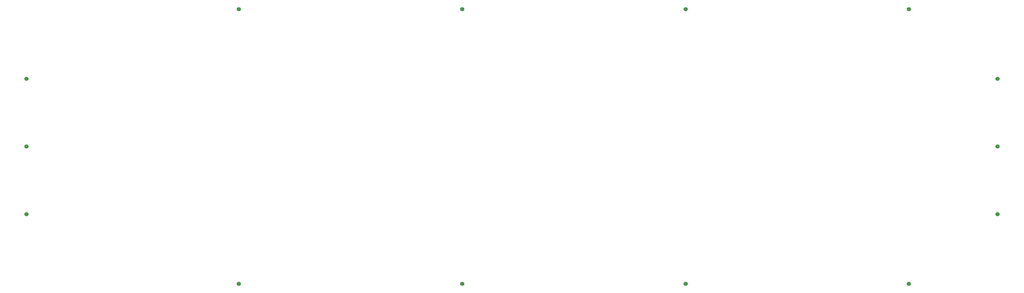
<source format=gbl>
G04 Layer_Physical_Order=2*
G04 Layer_Color=16711680*
%FSLAX25Y25*%
%MOIN*%
G70*
G01*
G75*
%ADD19C,0.06000*%
D19*
X-31181Y258268D02*
D03*
Y66929D02*
D03*
Y162598D02*
D03*
X1337706Y162599D02*
D03*
Y258268D02*
D03*
Y66929D02*
D03*
X268032Y356693D02*
D03*
X582992D02*
D03*
X897953D02*
D03*
X1212913D02*
D03*
Y-31496D02*
D03*
X897953D02*
D03*
X582992D02*
D03*
X268032D02*
D03*
M02*

</source>
